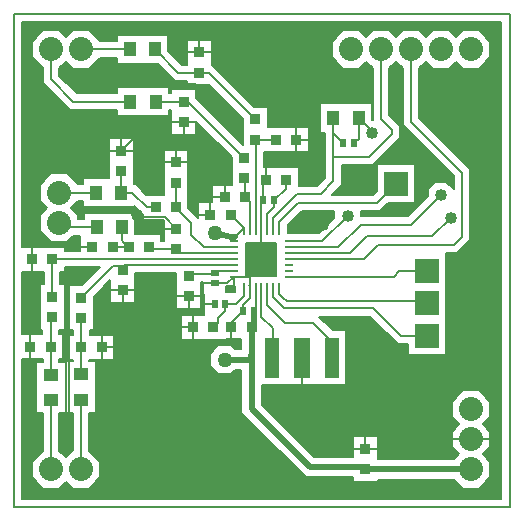
<source format=gtl>
G04 PROTEUS RS274X GERBER FILE*
%FSLAX45Y45*%
%MOMM*%
G01*
%ADD10C,0.177800*%
%ADD11C,0.203200*%
%ADD12C,0.508000*%
%ADD13C,1.016000*%
%ADD14C,1.270000*%
%ADD15R,1.400000X3.400000*%
%ADD16R,1.200000X3.400000*%
%AMPPAD007*
4,1,20,
0.005000,-0.605000,
-0.005000,-0.605000,
-0.029540,-0.602610,
-0.052230,-0.595740,
-0.072630,-0.584830,
-0.090310,-0.570310,
-0.104830,-0.552630,
-0.115740,-0.532230,
-0.122610,-0.509540,
-0.125000,-0.485000,
-0.125000,0.125000,
0.125000,0.125000,
0.125000,-0.485000,
0.122610,-0.509540,
0.115740,-0.532230,
0.104830,-0.552630,
0.090310,-0.570310,
0.072630,-0.584830,
0.052230,-0.595740,
0.029540,-0.602610,
0.005000,-0.605000,
0*%
%ADD17PPAD007*%
%AMPPAD008*
4,1,20,
0.605000,0.005000,
0.605000,-0.005000,
0.602610,-0.029540,
0.595740,-0.052230,
0.584830,-0.072630,
0.570310,-0.090310,
0.552630,-0.104830,
0.532230,-0.115740,
0.509540,-0.122610,
0.485000,-0.125000,
-0.125000,-0.125000,
-0.125000,0.125000,
0.485000,0.125000,
0.509540,0.122610,
0.532230,0.115740,
0.552630,0.104830,
0.570310,0.090310,
0.584830,0.072630,
0.595740,0.052230,
0.602610,0.029540,
0.605000,0.005000,
0*%
%ADD18PPAD008*%
%AMPPAD009*
4,1,20,
-0.005000,0.605000,
0.005000,0.605000,
0.029540,0.602610,
0.052230,0.595740,
0.072630,0.584830,
0.090310,0.570310,
0.104830,0.552630,
0.115740,0.532230,
0.122610,0.509540,
0.125000,0.485000,
0.125000,-0.125000,
-0.125000,-0.125000,
-0.125000,0.485000,
-0.122610,0.509540,
-0.115740,0.532230,
-0.104830,0.552630,
-0.090310,0.570310,
-0.072630,0.584830,
-0.052230,0.595740,
-0.029540,0.602610,
-0.005000,0.605000,
0*%
%ADD19PPAD009*%
%AMPPAD010*
4,1,20,
-0.605000,-0.005000,
-0.605000,0.005000,
-0.602610,0.029540,
-0.595740,0.052230,
-0.584830,0.072630,
-0.570310,0.090310,
-0.552630,0.104830,
-0.532230,0.115740,
-0.509540,0.122610,
-0.485000,0.125000,
0.125000,0.125000,
0.125000,-0.125000,
-0.485000,-0.125000,
-0.509540,-0.122610,
-0.532230,-0.115740,
-0.552630,-0.104830,
-0.570310,-0.090310,
-0.584830,-0.072630,
-0.595740,-0.052230,
-0.602610,-0.029540,
-0.605000,-0.005000,
0*%
%ADD70PPAD010*%
%ADD71R,0.508000X0.762000*%
%ADD20C,2.032000*%
%ADD21R,1.016000X1.270000*%
%ADD22R,0.889000X0.889000*%
%ADD23R,1.270000X1.016000*%
%ADD24R,0.762000X0.508000*%
%ADD25R,2.032000X2.032000*%
%TD.AperFunction*%
G36*
X+2289841Y-1900781D02*
X-1767921Y-1900781D01*
X-1767921Y-717549D01*
X-1593849Y-717549D01*
X-1593849Y-739141D01*
X-1648459Y-739141D01*
X-1648459Y-1176019D01*
X-1593849Y-1176019D01*
X-1593849Y-1490956D01*
X-1686559Y-1583666D01*
X-1686559Y-1718334D01*
X-1591334Y-1813559D01*
X-1456666Y-1813559D01*
X-1397000Y-1753893D01*
X-1337334Y-1813559D01*
X-1202666Y-1813559D01*
X-1107441Y-1718334D01*
X-1107441Y-1583666D01*
X-1197611Y-1493496D01*
X-1197611Y-1170939D01*
X-1143001Y-1170939D01*
X-1143001Y-734061D01*
X-1197611Y-734061D01*
X-1197611Y-722629D01*
X-986791Y-722629D01*
X-986791Y-511811D01*
X-1195071Y-511811D01*
X-1195071Y-473709D01*
X-1162051Y-473709D01*
X-1162051Y-367831D01*
X-1161873Y-367653D01*
X-1162051Y-367415D01*
X-1162051Y-188951D01*
X-1019809Y-46709D01*
X-1019809Y-240029D01*
X-808991Y-240029D01*
X-808991Y+10331D01*
X-462129Y+10331D01*
X-462129Y-290390D01*
X-251311Y-290390D01*
X-251311Y-64609D01*
X-236219Y-64609D01*
X-236219Y-162559D01*
X-223519Y-162559D01*
X-223519Y-341471D01*
X-425349Y-341471D01*
X-425349Y-552289D01*
X-41811Y-552289D01*
X-41811Y-549909D01*
X+88901Y-549909D01*
X+88901Y-625229D01*
X+87883Y-634641D01*
X+35653Y-634641D01*
X-2447Y-596541D01*
X-105553Y-596541D01*
X-178459Y-669447D01*
X-178459Y-772553D01*
X-105553Y-845459D01*
X-2447Y-845459D01*
X+35653Y-807359D01*
X+88901Y-807359D01*
X+88901Y-1172411D01*
X+633849Y-1717359D01*
X+1032351Y-1717359D01*
X+1032351Y-1755148D01*
X+1243169Y-1755148D01*
X+1243169Y-1736098D01*
X+1887205Y-1736098D01*
X+1964666Y-1813559D01*
X+2099334Y-1813559D01*
X+2194559Y-1718334D01*
X+2194559Y-1583666D01*
X+2134893Y-1524000D01*
X+2194559Y-1464334D01*
X+2194559Y-1329666D01*
X+2134893Y-1270000D01*
X+2194559Y-1210334D01*
X+2194559Y-1075666D01*
X+2099334Y-980441D01*
X+1964666Y-980441D01*
X+1869441Y-1075666D01*
X+1869441Y-1210334D01*
X+1929107Y-1270000D01*
X+1869441Y-1329666D01*
X+1869441Y-1464334D01*
X+1929107Y-1524000D01*
X+1889727Y-1563380D01*
X+1243169Y-1563380D01*
X+1243169Y-1371610D01*
X+1032351Y-1371610D01*
X+1032351Y-1544641D01*
X+705391Y-1544641D01*
X+261619Y-1100869D01*
X+261619Y-934539D01*
X+972939Y-934539D01*
X+972939Y-472621D01*
X+863655Y-472621D01*
X+747022Y-355988D01*
X+1177330Y-355988D01*
X+1412093Y-590751D01*
X+1496061Y-590751D01*
X+1496061Y-683259D01*
X+1821179Y-683259D01*
X+1821179Y-131099D01*
X+1823719Y-131099D01*
X+1823719Y+179151D01*
X+1914931Y+179151D01*
X+2025849Y+290069D01*
X+2025849Y+890531D01*
X+1593849Y+1322531D01*
X+1593849Y+1744956D01*
X+1651000Y+1802107D01*
X+1710666Y+1742441D01*
X+1845334Y+1742441D01*
X+1905000Y+1802107D01*
X+1964666Y+1742441D01*
X+2099334Y+1742441D01*
X+2194559Y+1837666D01*
X+2194559Y+1972334D01*
X+2099334Y+2067559D01*
X+1964666Y+2067559D01*
X+1905000Y+2007893D01*
X+1845334Y+2067559D01*
X+1710666Y+2067559D01*
X+1651000Y+2007893D01*
X+1591334Y+2067559D01*
X+1456666Y+2067559D01*
X+1397000Y+2007893D01*
X+1337334Y+2067559D01*
X+1202666Y+2067559D01*
X+1143000Y+2007893D01*
X+1083334Y+2067559D01*
X+948666Y+2067559D01*
X+853441Y+1972334D01*
X+853441Y+1837666D01*
X+948666Y+1742441D01*
X+1083334Y+1742441D01*
X+1143000Y+1802107D01*
X+1200151Y+1744956D01*
X+1200151Y+1310759D01*
X+1195941Y+1310759D01*
X+1193799Y+1312901D01*
X+1193799Y+1450339D01*
X+756921Y+1450339D01*
X+756921Y+1201421D01*
X+798831Y+1201421D01*
X+798831Y+816331D01*
X+731228Y+748728D01*
X+575169Y+748728D01*
X+575169Y+906789D01*
X+278629Y+906789D01*
X+278629Y+1035051D01*
X+659129Y+1035051D01*
X+659129Y+1245869D01*
X+311149Y+1245869D01*
X+311149Y+1418589D01*
X+199111Y+1418589D01*
X-157220Y+1774920D01*
X-161291Y+1774920D01*
X-161291Y+1987549D01*
X-372109Y+1987549D01*
X-372109Y+1777546D01*
X-416386Y+1777546D01*
X-530861Y+1892021D01*
X-530861Y+2029459D01*
X-967739Y+2029459D01*
X-967739Y+1974849D01*
X-1109956Y+1974849D01*
X-1202666Y+2067559D01*
X-1337334Y+2067559D01*
X-1397000Y+2007893D01*
X-1456666Y+2067559D01*
X-1591334Y+2067559D01*
X-1686559Y+1972334D01*
X-1686559Y+1837666D01*
X-1594609Y+1745716D01*
X-1594609Y+1625466D01*
X-1362334Y+1393191D01*
X-962659Y+1393191D01*
X-962659Y+1338581D01*
X-525781Y+1338581D01*
X-525781Y+1393191D01*
X-504189Y+1393191D01*
X-504189Y+1184911D01*
X-293371Y+1184911D01*
X-293371Y+1294411D01*
X+8891Y+992149D01*
X+8891Y+758189D01*
X-156209Y+758189D01*
X-156209Y+610869D01*
X-280669Y+610869D01*
X-280669Y+481372D01*
X-359411Y+560114D01*
X-359411Y+1055369D01*
X-570229Y+1055369D01*
X-570229Y+674369D01*
X-717012Y+674369D01*
X-804818Y+762175D01*
X-817881Y+762175D01*
X-817881Y+817879D01*
X-824231Y+817879D01*
X-824231Y+1154429D01*
X-1035049Y+1154429D01*
X-1035049Y+817879D01*
X-1254759Y+817879D01*
X-1254759Y+763269D01*
X-1292836Y+763269D01*
X-1385546Y+855979D01*
X-1520214Y+855979D01*
X-1615439Y+760754D01*
X-1615439Y+626086D01*
X-1555773Y+566420D01*
X-1615439Y+506754D01*
X-1615439Y+372086D01*
X-1520214Y+276861D01*
X-1385546Y+276861D01*
X-1332836Y+329571D01*
X-1280149Y+329571D01*
X-1280149Y+200029D01*
X-1408431Y+200029D01*
X-1408431Y+234949D01*
X-1767921Y+234949D01*
X-1767921Y+2136981D01*
X+2289841Y+2136981D01*
X+2289841Y-1900781D01*
G37*
%LPC*%
G36*
X-935525Y-628119D02*
X-935525Y-602869D01*
X-917670Y-585014D01*
X-892420Y-585014D01*
X-874565Y-602869D01*
X-874565Y-628119D01*
X-892420Y-645974D01*
X-917670Y-645974D01*
X-935525Y-628119D01*
G37*
G36*
X-825410Y+1170435D02*
X-825410Y+1195685D01*
X-807555Y+1213540D01*
X-782305Y+1213540D01*
X-764450Y+1195685D01*
X-764450Y+1170435D01*
X-782305Y+1152580D01*
X-807555Y+1152580D01*
X-825410Y+1170435D01*
G37*
G36*
X-318878Y+924510D02*
X-318878Y+949760D01*
X-301023Y+967615D01*
X-275773Y+967615D01*
X-257918Y+949760D01*
X-257918Y+924510D01*
X-275773Y+906655D01*
X-301023Y+906655D01*
X-318878Y+924510D01*
G37*
G36*
X+569388Y-1090604D02*
X+569388Y-1065354D01*
X+587243Y-1047499D01*
X+612493Y-1047499D01*
X+630348Y-1065354D01*
X+630348Y-1090604D01*
X+612493Y-1108459D01*
X+587243Y-1108459D01*
X+569388Y-1090604D01*
G37*
G36*
X+525520Y+1316375D02*
X+525520Y+1341625D01*
X+543375Y+1359480D01*
X+568625Y+1359480D01*
X+586480Y+1341625D01*
X+586480Y+1316375D01*
X+568625Y+1298520D01*
X+543375Y+1298520D01*
X+525520Y+1316375D01*
G37*
G36*
X+2093023Y+1209949D02*
X+2093023Y+1235199D01*
X+2110878Y+1253054D01*
X+2136128Y+1253054D01*
X+2153983Y+1235199D01*
X+2153983Y+1209949D01*
X+2136128Y+1192094D01*
X+2110878Y+1192094D01*
X+2093023Y+1209949D01*
G37*
G36*
X+95520Y+1856375D02*
X+95520Y+1881625D01*
X+113375Y+1899480D01*
X+138625Y+1899480D01*
X+156480Y+1881625D01*
X+156480Y+1856375D01*
X+138625Y+1838520D01*
X+113375Y+1838520D01*
X+95520Y+1856375D01*
G37*
G36*
X-1519028Y+1300497D02*
X-1519028Y+1324695D01*
X-1501917Y+1341806D01*
X-1477719Y+1341806D01*
X-1460608Y+1324695D01*
X-1460608Y+1300497D01*
X-1477719Y+1283386D01*
X-1501917Y+1283386D01*
X-1519028Y+1300497D01*
G37*
G36*
X-570743Y-999952D02*
X-570743Y-974702D01*
X-552888Y-956847D01*
X-527638Y-956847D01*
X-509783Y-974702D01*
X-509783Y-999952D01*
X-527638Y-1017807D01*
X-552888Y-1017807D01*
X-570743Y-999952D01*
G37*
%LPD*%
G36*
X-967739Y+1780541D02*
X-616941Y+1780541D01*
X-474248Y+1637848D01*
X-372109Y+1637848D01*
X-372109Y+1604011D01*
X-183871Y+1604011D01*
X+100331Y+1319809D01*
X+100331Y+1098269D01*
X-293371Y+1491971D01*
X-293371Y+1568449D01*
X-504189Y+1568449D01*
X-504189Y+1532889D01*
X-525781Y+1532889D01*
X-525781Y+1587499D01*
X-962659Y+1587499D01*
X-962659Y+1532889D01*
X-1304472Y+1532889D01*
X-1454911Y+1683328D01*
X-1454911Y+1744196D01*
X-1397000Y+1802107D01*
X-1337334Y+1742441D01*
X-1202666Y+1742441D01*
X-1109956Y+1835151D01*
X-967739Y+1835151D01*
X-967739Y+1780541D01*
G37*
%LPC*%
G36*
X-1083481Y+1729566D02*
X-1083481Y+1754816D01*
X-1065626Y+1772671D01*
X-1040376Y+1772671D01*
X-1022521Y+1754816D01*
X-1022521Y+1729566D01*
X-1040376Y+1711711D01*
X-1065626Y+1711711D01*
X-1083481Y+1729566D01*
G37*
G36*
X-137666Y+1400369D02*
X-137666Y+1425619D01*
X-119811Y+1443474D01*
X-94561Y+1443474D01*
X-76706Y+1425619D01*
X-76706Y+1400369D01*
X-94561Y+1382514D01*
X-119811Y+1382514D01*
X-137666Y+1400369D01*
G37*
%LPD*%
G36*
X+1454151Y+1744956D02*
X+1454151Y+1264669D01*
X+1886151Y+832669D01*
X+1886151Y+724779D01*
X+1824788Y+786142D01*
X+1732204Y+786142D01*
X+1666737Y+720675D01*
X+1666737Y+661404D01*
X+1496869Y+491536D01*
X+1100265Y+491536D01*
X+1100265Y+537211D01*
X+1263371Y+537211D01*
X+1333221Y+607061D01*
X+1559559Y+607061D01*
X+1559559Y+932179D01*
X+1234441Y+932179D01*
X+1234441Y+705841D01*
X+1205509Y+676909D01*
X+856969Y+676909D01*
X+938529Y+758469D01*
X+938529Y+925996D01*
X+1201775Y+925996D01*
X+1432166Y+1156387D01*
X+1432166Y+1255018D01*
X+1339849Y+1347335D01*
X+1339849Y+1744956D01*
X+1397000Y+1802107D01*
X+1454151Y+1744956D01*
G37*
%LPC*%
G36*
X+1385520Y+526375D02*
X+1385520Y+551625D01*
X+1403375Y+569480D01*
X+1428625Y+569480D01*
X+1446480Y+551625D01*
X+1446480Y+526375D01*
X+1428625Y+508520D01*
X+1403375Y+508520D01*
X+1385520Y+526375D01*
G37*
G36*
X+1447991Y+1110828D02*
X+1447991Y+1136078D01*
X+1465846Y+1153933D01*
X+1491096Y+1153933D01*
X+1508951Y+1136078D01*
X+1508951Y+1110828D01*
X+1491096Y+1092973D01*
X+1465846Y+1092973D01*
X+1447991Y+1110828D01*
G37*
%LPD*%
G36*
X-1254759Y+568961D02*
X-817881Y+568961D01*
X-817881Y+577678D01*
X-742949Y+502746D01*
X-742949Y+463551D01*
X-567689Y+463551D01*
X-567689Y+285749D01*
X-587951Y+285749D01*
X-587951Y+339769D01*
X-810261Y+339769D01*
X-810261Y+479258D01*
X-804942Y+473939D01*
X-779692Y+473939D01*
X-761837Y+491794D01*
X-761837Y+517044D01*
X-779692Y+534899D01*
X-804942Y+534899D01*
X-815962Y+523879D01*
X-1247139Y+523879D01*
X-1247139Y+469269D01*
X-1290321Y+469269D01*
X-1290321Y+506754D01*
X-1349987Y+566420D01*
X-1292836Y+623571D01*
X-1254759Y+623571D01*
X-1254759Y+568961D01*
G37*
G36*
X+876747Y+481929D02*
X+806480Y+411662D01*
X+806480Y+431625D01*
X+788625Y+449480D01*
X+763375Y+449480D01*
X+745520Y+431625D01*
X+745520Y+406375D01*
X+763375Y+388520D01*
X+783338Y+388520D01*
X+744847Y+350029D01*
X+592239Y+350029D01*
X+592239Y+353639D01*
X+482239Y+353639D01*
X+482239Y+419898D01*
X+599552Y+537211D01*
X+876747Y+537211D01*
X+876747Y+481929D01*
G37*
G36*
X+35321Y-149861D02*
X-38101Y-149861D01*
X-38101Y-93279D01*
X+35321Y-93279D01*
X+35321Y-149861D01*
G37*
G36*
X-1583689Y-82551D02*
X-1616709Y-82551D01*
X-1616709Y-466089D01*
X-1596389Y-466089D01*
X-1596389Y-506731D01*
X-1767921Y-506731D01*
X-1767921Y+24131D01*
X-1583689Y+24131D01*
X-1583689Y-82551D01*
G37*
G36*
X-1260831Y-90171D02*
X-1372869Y-90171D01*
X-1372869Y-473709D01*
X-1334769Y-473709D01*
X-1334769Y-511811D01*
X-1370329Y-511811D01*
X-1370329Y-722629D01*
X-1337309Y-722629D01*
X-1337309Y-734061D01*
X-1391919Y-734061D01*
X-1391919Y-1170939D01*
X-1337309Y-1170939D01*
X-1337309Y-1488441D01*
X-1337334Y-1488441D01*
X-1397000Y-1548107D01*
X-1454151Y-1490956D01*
X-1454151Y-1176019D01*
X-1399541Y-1176019D01*
X-1399541Y-739141D01*
X-1454151Y-739141D01*
X-1454151Y-717549D01*
X-1421131Y-717549D01*
X-1421131Y-506731D01*
X-1456691Y-506731D01*
X-1456691Y-466089D01*
X-1405891Y-466089D01*
X-1405891Y-82551D01*
X-1443991Y-82551D01*
X-1443991Y+24131D01*
X-1408431Y+24131D01*
X-1408431Y+60331D01*
X-1110329Y+60331D01*
X-1260831Y-90171D01*
G37*
%LPC*%
G36*
X-1404480Y-33625D02*
X-1404480Y-8375D01*
X-1386625Y+9480D01*
X-1361375Y+9480D01*
X-1343520Y-8375D01*
X-1343520Y-33625D01*
X-1361375Y-51480D01*
X-1386625Y-51480D01*
X-1404480Y-33625D01*
G37*
G36*
X-1414480Y-1233625D02*
X-1414480Y-1208375D01*
X-1396625Y-1190520D01*
X-1371375Y-1190520D01*
X-1353520Y-1208375D01*
X-1353520Y-1233625D01*
X-1371375Y-1251480D01*
X-1396625Y-1251480D01*
X-1414480Y-1233625D01*
G37*
%LPD*%
G36*
X+126000Y+269000D02*
X+386000Y+269000D01*
X+386000Y-11000D01*
X+126000Y-12180D01*
X+126000Y+269000D01*
G37*
%LPC*%
G36*
X+295520Y+146375D02*
X+295520Y+171625D01*
X+313375Y+189480D01*
X+338625Y+189480D01*
X+356480Y+171625D01*
X+356480Y+146375D01*
X+338625Y+128520D01*
X+313375Y+128520D01*
X+295520Y+146375D01*
G37*
G36*
X+148394Y+176375D02*
X+148394Y+201625D01*
X+166249Y+219480D01*
X+191499Y+219480D01*
X+209354Y+201625D01*
X+209354Y+176375D01*
X+191499Y+158520D01*
X+166249Y+158520D01*
X+148394Y+176375D01*
G37*
G36*
X+238040Y+18895D02*
X+238040Y+44145D01*
X+255895Y+62000D01*
X+281145Y+62000D01*
X+299000Y+44145D01*
X+299000Y+18895D01*
X+281145Y+1040D01*
X+255895Y+1040D01*
X+238040Y+18895D01*
G37*
%LPD*%
D10*
X+408780Y+390180D02*
X+408780Y+443721D01*
X+408031Y+444470D01*
X+570621Y+607060D01*
X+1130300Y+607060D01*
X+1234440Y+607060D01*
X+1397000Y+769620D01*
X-1220Y+30180D02*
X-122808Y+30180D01*
X-122846Y+30142D01*
X-137160Y+15240D01*
X+25400Y-19820D02*
X-30980Y-76200D01*
X-137160Y-76200D01*
X-1220Y-19820D02*
X+25400Y-19820D01*
X+158231Y-19820D01*
X+158403Y-19648D01*
X+108780Y-129820D02*
X+108780Y-184557D01*
X+73537Y-219800D01*
X+44417Y-248920D01*
X-45720Y-248920D01*
D11*
X+208780Y-129820D02*
X+208780Y-295690D01*
X+207886Y-296584D01*
X+193040Y-309880D01*
D12*
X+193040Y-446463D01*
X+195503Y-448926D01*
X+175260Y-444500D01*
D10*
X+157824Y-101588D02*
X+157824Y-101596D01*
X+157824Y-200316D01*
X+101600Y-256540D01*
X+101600Y-308967D01*
X+96978Y-313589D01*
X+158403Y-19648D02*
X+158403Y-90517D01*
X+157480Y-91440D01*
X+157824Y-101588D01*
X+157824Y-101596D02*
X+158780Y-129820D01*
X+258780Y-129820D02*
X+258780Y-357840D01*
X+355600Y-454660D01*
X+355600Y-572495D01*
X+354659Y-573436D01*
X+351980Y-703580D01*
X+308780Y-129820D02*
X+309880Y-128720D01*
X+309880Y-260149D01*
X+456432Y-406701D01*
X+698955Y-406701D01*
X+825834Y-533580D01*
X+851980Y-703580D01*
X-1270000Y-1651000D02*
X-1267460Y-1648460D01*
X-1267460Y-1059180D01*
X-1524000Y-1651000D02*
X-1524000Y-1044980D01*
X-1523396Y-1044376D01*
X-1524000Y-1064260D01*
X-1267460Y-845820D02*
X-1267460Y-619760D01*
X-1264920Y-617220D01*
X-1220Y+80180D02*
X-901559Y+80180D01*
X-910083Y+71656D01*
X-914400Y+38100D01*
X-1267460Y-195580D02*
X-1001308Y+70572D01*
X-958850Y+70572D01*
X-914400Y+38100D01*
X-1514587Y+123567D02*
X-1514587Y+123470D01*
X-1516754Y+121303D01*
X-1514587Y+123567D01*
X-1513840Y+129540D02*
X-1513840Y+124460D01*
X-1513840Y+124347D01*
X-1513840Y+124217D01*
X-1513840Y-200660D01*
X-1506220Y-208280D01*
X-1511300Y-187960D01*
X-1511300Y+127000D02*
X-1513840Y+124460D01*
X-1514587Y+123713D01*
X-1514587Y+123567D01*
X-1220Y+130180D02*
X-1507877Y+130180D01*
X-1513840Y+124217D01*
X-1514587Y+123470D01*
X-1514587Y+123567D02*
X-1513840Y+124347D01*
X-1511300Y+127000D01*
X-1220Y+180180D02*
X-468289Y+180180D01*
X-479288Y+191179D01*
X-462280Y+215900D01*
X-1220Y+230180D02*
X-227640Y+230180D01*
X-335280Y+337820D01*
X-335280Y+437203D01*
X-422587Y+524510D01*
X-464820Y+568960D01*
X-464820Y+777240D01*
X-637540Y+568960D02*
X-710383Y+568960D01*
X-833749Y+692326D01*
X-908615Y+692326D01*
X-915125Y+698836D01*
X-929640Y+693420D01*
X-929640Y+876300D02*
X-929640Y+693420D01*
X-1143000Y+693420D02*
X-1430512Y+693420D01*
X-1431588Y+694496D01*
X-1452880Y+693420D01*
X+308780Y+390180D02*
X+306634Y+392326D01*
X+306634Y+514914D01*
X+363220Y+571500D01*
X+363220Y+603611D01*
X+364174Y+604565D01*
X+367380Y+626820D01*
X+121920Y+652780D02*
X+121920Y+805180D01*
X+118110Y+808990D01*
X+114300Y+812800D01*
X+121920Y+805180D02*
X+118110Y+808990D01*
X+114300Y+812800D01*
X+158780Y+390180D02*
X+158780Y+615920D01*
X+121920Y+652780D01*
X+114300Y+985520D02*
X-368300Y+1468120D01*
X-391160Y+1468120D01*
X-398780Y+1463040D01*
X-637540Y+1463040D02*
X-398780Y+1463040D01*
X-855980Y+1905000D02*
X-1251676Y+1905000D01*
X-1263076Y+1916400D01*
X-1270000Y+1905000D01*
X+205740Y+1313180D02*
X-186151Y+1705071D01*
X-222250Y+1705071D01*
X-266700Y+1709420D01*
X-642620Y+1905000D02*
X-445317Y+1707697D01*
X-311150Y+1707697D01*
X-266700Y+1709420D01*
X+952500Y+1109980D02*
X+868680Y+1193800D01*
X+868680Y+1320800D02*
X+878840Y+1330960D01*
X+868680Y+1325880D01*
X+1043940Y+1109980D02*
X+1082681Y+1148721D01*
X+1082681Y+1262380D01*
X+1082040Y+1325880D01*
X+108780Y+390180D02*
X+108780Y+394140D01*
X-2540Y+505460D01*
D12*
X+175260Y-444500D02*
X+175260Y-661000D01*
D10*
X-1220Y+280180D02*
X+36800Y+318200D01*
X+108780Y+390180D01*
X+408780Y-129820D02*
X+408780Y-165229D01*
X+438394Y-194843D01*
X+471000Y-227449D01*
X+1557020Y-227449D01*
X+1658620Y-243840D01*
X+358780Y-129820D02*
X+358780Y-193483D01*
X+451436Y-286139D01*
X+1206261Y-286139D01*
X+1441024Y-520902D01*
X+1661114Y-520902D01*
X+1667635Y-527423D01*
X+1658620Y-520700D01*
X+518780Y-19820D02*
X+1377180Y-19820D01*
X+1426000Y+29000D01*
X+1657176Y+29000D01*
X+1678816Y+7360D01*
X+1661160Y+31460D01*
X+1524000Y+1905000D02*
X+1524000Y+1293600D01*
X+1956000Y+861600D01*
X+1956000Y+319000D01*
X+1886000Y+249000D01*
X+1247145Y+249000D01*
X+1128325Y+130180D01*
X+518780Y+130180D01*
X+518780Y+180180D02*
X+1008774Y+180180D01*
X+1150600Y+322006D01*
X+1703270Y+322006D01*
X+1861408Y+480144D01*
X+518780Y+230180D02*
X+910417Y+230180D01*
X+1101924Y+421687D01*
X+1525800Y+421687D01*
X+1778496Y+674383D01*
D12*
X+1150460Y-1652279D02*
X+1137760Y-1649739D01*
D10*
X+205740Y+1140460D02*
X+208780Y+1140460D01*
X+384127Y+1140460D01*
X+390184Y+1146517D01*
X+381000Y+1140460D01*
X+208780Y+390180D02*
X+208780Y+1140460D01*
X+208780Y+1143500D01*
X+210820Y+1145540D01*
X+205740Y+1140460D01*
X-1264920Y-617220D02*
X-1264920Y-371920D01*
X-1254000Y-361000D01*
X-1267460Y-368300D01*
X-1526540Y-612140D02*
X-1526540Y-587479D01*
X-1526540Y-368395D01*
X-1507168Y-349023D01*
X-1511300Y-360680D01*
X-1524000Y-850900D02*
X-1524000Y-590019D01*
X-1526540Y-587479D01*
X-1530244Y-583775D01*
X-1526540Y-612140D01*
X-1092200Y-617220D02*
X-906771Y-617220D01*
X-905045Y-615494D01*
X-929640Y+1049020D02*
X-795600Y+1183060D01*
X-794930Y+1183060D01*
X-464820Y+949960D02*
X-301223Y+949960D01*
X-288398Y+937135D01*
X+601980Y-703580D02*
X+601980Y-1075867D01*
X+599868Y-1077979D01*
X+258780Y+159000D02*
X+326000Y+159000D01*
X+258780Y+383540D02*
X+258780Y+159000D01*
X+258780Y+127245D01*
X+228268Y+96732D01*
X+158403Y+26868D01*
X+158403Y-19648D01*
D12*
X+175260Y-661000D02*
X+175260Y-1136640D01*
X+669620Y-1631000D01*
X+1111694Y-1631000D01*
X+1137760Y-1649739D01*
D10*
X+1147920Y-1649739D01*
D12*
X+2008824Y-1649739D01*
X+2014591Y-1643972D01*
X+2032000Y-1651000D01*
D10*
X+1147667Y-1649486D02*
X+1147920Y-1649739D01*
X+1150460Y-1652279D01*
X-147220Y-446880D02*
X-110307Y-409967D01*
X-110307Y-372180D01*
X-46127Y-308000D01*
X-46127Y-287020D01*
X-45720Y-248920D01*
X+367380Y+626820D02*
X+467260Y+726700D01*
X+467260Y+756930D01*
X+469760Y+801380D01*
X+868680Y+995845D02*
X+868680Y+1193800D01*
X+868680Y+1262380D01*
X+868680Y+1320800D01*
X+868680Y+1325880D01*
X+358780Y+390180D02*
X+358780Y+480583D01*
X+557076Y+678879D01*
X+760159Y+678879D01*
X+868680Y+787400D01*
X+868680Y+995845D01*
X+1270000Y+1905000D02*
X+1270000Y+1318404D01*
X+1362317Y+1226087D01*
X+1362317Y+1185318D01*
X+1172844Y+995845D01*
X+868680Y+995845D01*
X+553720Y+1140460D02*
X+553720Y+1326720D01*
X+556000Y+1329000D01*
X+2032000Y-1397000D02*
X+1823919Y-1397000D01*
X+1700170Y-1273251D01*
X+1700170Y-1067106D01*
X+2123503Y-643773D01*
X+2123503Y+1222574D01*
X-266700Y+1882140D02*
X+112860Y+1882140D01*
X+126000Y+1869000D01*
X-929640Y+1049020D02*
X-1226242Y+1049020D01*
X-1489818Y+1312596D01*
X+518780Y+280180D02*
X+773778Y+280180D01*
X+988506Y+494908D01*
X+1416000Y+539000D02*
X+1512651Y+539000D01*
X+1622492Y+648841D01*
X+1622492Y+979432D01*
X+1478471Y+1123453D01*
X+228268Y+96732D02*
X+148394Y+176606D01*
X+178874Y+189000D01*
X+228268Y+96732D02*
X+228268Y+71771D01*
X+268520Y+31520D01*
X-850900Y+1463040D02*
X-1333403Y+1463040D01*
X-1524760Y+1654397D01*
X-1524760Y+1803400D01*
X-1524000Y+1905000D01*
X-1053001Y+1742191D02*
X-992843Y+1682033D01*
X-595133Y+1682033D01*
X-523278Y+1610178D01*
X-377896Y+1610178D01*
X-304370Y+1610178D01*
X-107186Y+1412994D01*
X-1374000Y-21000D02*
X-1374000Y-1211000D01*
X-1384000Y-1221000D01*
X-462280Y+388620D02*
X-556355Y+482695D01*
X-760567Y+482695D01*
X-770593Y+482695D01*
X-792317Y+504419D01*
X-1135380Y+399420D02*
X-1429186Y+399420D01*
X-1450393Y+420627D01*
X-1452880Y+439420D01*
X-1002020Y+233680D02*
X-865314Y+233680D01*
X-850485Y+248509D01*
X-866080Y+234360D01*
X-922020Y+399420D02*
X-922020Y+290386D01*
X-910444Y+278810D01*
X-866080Y+234360D01*
X-462280Y+215900D02*
X-665809Y+215900D01*
X-680037Y+230128D01*
X-693360Y+234360D01*
X-137160Y+15240D02*
X-137160Y+5240D01*
X-339627Y+5240D01*
X-356720Y-12261D01*
X+275940Y+626820D02*
X+275940Y+788940D01*
X+276000Y+789000D01*
X+297040Y+801380D01*
X+258780Y+383540D02*
X+258780Y+390180D01*
X+258780Y+648873D01*
X+264888Y+654981D01*
X+101600Y-309880D02*
X-4000Y-415480D01*
X-4000Y-451000D01*
X+2540Y-444500D01*
D12*
X+36800Y+318200D02*
X+2328Y+318200D01*
X-134000Y+349000D01*
X-54000Y-721000D02*
X+165260Y-721000D01*
X+175260Y-661000D01*
D10*
X+1082040Y+1325880D02*
X+1196000Y+1211920D01*
X+1196000Y+1199000D01*
X-905045Y-615494D02*
X-540263Y-980276D01*
X-540263Y-982802D01*
X-540263Y-987327D01*
D13*
X+1861408Y+480144D03*
X+1778496Y+674383D03*
X-905045Y-615494D03*
X-794930Y+1183060D03*
X-288398Y+937135D03*
X+599868Y-1077979D03*
X+326000Y+159000D03*
X+556000Y+1329000D03*
X+776000Y+419000D03*
X+2123503Y+1222574D03*
X+1416000Y+539000D03*
X+126000Y+1869000D03*
X-1489818Y+1312596D03*
X+988506Y+494908D03*
X+1478471Y+1123453D03*
X+178874Y+189000D03*
X+268520Y+31520D03*
X-1053001Y+1742191D03*
X-107186Y+1412994D03*
X-1374000Y-21000D03*
X-1384000Y-1221000D03*
X-792317Y+504419D03*
D14*
X-134000Y+349000D03*
X-54000Y-721000D03*
D13*
X+1196000Y+1199000D03*
X-540263Y-987327D03*
D11*
X+2289841Y-1900781D02*
X-1767921Y-1900781D01*
X-1767921Y-717549D01*
X-1593849Y-717549D01*
X-1593849Y-739141D01*
X-1648459Y-739141D01*
X-1648459Y-1176019D01*
X-1593849Y-1176019D01*
X-1593849Y-1490956D01*
X-1686559Y-1583666D01*
X-1686559Y-1718334D01*
X-1591334Y-1813559D01*
X-1456666Y-1813559D01*
X-1397000Y-1753893D01*
X-1337334Y-1813559D01*
X-1202666Y-1813559D01*
X-1107441Y-1718334D01*
X-1107441Y-1583666D01*
X-1197611Y-1493496D01*
X-1197611Y-1170939D01*
X-1143001Y-1170939D01*
X-1143001Y-734061D01*
X-1197611Y-734061D01*
X-1197611Y-722629D01*
X-986791Y-722629D01*
X-986791Y-511811D01*
X-1195071Y-511811D01*
X-1195071Y-473709D01*
X-1162051Y-473709D01*
X-1162051Y-367831D01*
X-1161873Y-367653D01*
X-1162051Y-367415D01*
X-1162051Y-188951D01*
X-1019809Y-46709D01*
X-1019809Y-240029D01*
X-808991Y-240029D01*
X-808991Y+10331D01*
X-462129Y+10331D01*
X-462129Y-290390D01*
X-251311Y-290390D01*
X-251311Y-64609D01*
X-236219Y-64609D01*
X-236219Y-162559D01*
X-223519Y-162559D01*
X-223519Y-341471D01*
X-425349Y-341471D01*
X-425349Y-552289D01*
X-41811Y-552289D01*
X-41811Y-549909D01*
X+88901Y-549909D01*
X+88901Y-625229D01*
X+87883Y-634641D01*
X+35653Y-634641D01*
X-2447Y-596541D01*
X-105553Y-596541D01*
X-178459Y-669447D01*
X-178459Y-772553D01*
X-105553Y-845459D01*
X-2447Y-845459D01*
X+35653Y-807359D01*
X+88901Y-807359D01*
X+88901Y-1172411D01*
X+633849Y-1717359D01*
X+1032351Y-1717359D01*
X+1032351Y-1755148D01*
X+1243169Y-1755148D01*
X+1243169Y-1736098D01*
X+1887205Y-1736098D01*
X+1964666Y-1813559D01*
X+2099334Y-1813559D01*
X+2194559Y-1718334D01*
X+2194559Y-1583666D01*
X+2134893Y-1524000D01*
X+2194559Y-1464334D01*
X+2194559Y-1329666D01*
X+2134893Y-1270000D01*
X+2194559Y-1210334D01*
X+2194559Y-1075666D01*
X+2099334Y-980441D01*
X+1964666Y-980441D01*
X+1869441Y-1075666D01*
X+1869441Y-1210334D01*
X+1929107Y-1270000D01*
X+1869441Y-1329666D01*
X+1869441Y-1464334D01*
X+1929107Y-1524000D01*
X+1889727Y-1563380D01*
X+1243169Y-1563380D01*
X+1243169Y-1371610D01*
X+1032351Y-1371610D01*
X+1032351Y-1544641D01*
X+705391Y-1544641D01*
X+261619Y-1100869D01*
X+261619Y-934539D01*
X+972939Y-934539D01*
X+972939Y-472621D01*
X+863655Y-472621D01*
X+747022Y-355988D01*
X+1177330Y-355988D01*
X+1412093Y-590751D01*
X+1496061Y-590751D01*
X+1496061Y-683259D01*
X+1821179Y-683259D01*
X+1821179Y-131099D01*
X+1823719Y-131099D01*
X+1823719Y+179151D01*
X+1914931Y+179151D01*
X+2025849Y+290069D01*
X+2025849Y+890531D01*
X+1593849Y+1322531D01*
X+1593849Y+1744956D01*
X+1651000Y+1802107D01*
X+1710666Y+1742441D01*
X+1845334Y+1742441D01*
X+1905000Y+1802107D01*
X+1964666Y+1742441D01*
X+2099334Y+1742441D01*
X+2194559Y+1837666D01*
X+2194559Y+1972334D01*
X+2099334Y+2067559D01*
X+1964666Y+2067559D01*
X+1905000Y+2007893D01*
X+1845334Y+2067559D01*
X+1710666Y+2067559D01*
X+1651000Y+2007893D01*
X+1591334Y+2067559D01*
X+1456666Y+2067559D01*
X+1397000Y+2007893D01*
X+1337334Y+2067559D01*
X+1202666Y+2067559D01*
X+1143000Y+2007893D01*
X+1083334Y+2067559D01*
X+948666Y+2067559D01*
X+853441Y+1972334D01*
X+853441Y+1837666D01*
X+948666Y+1742441D01*
X+1083334Y+1742441D01*
X+1143000Y+1802107D01*
X+1200151Y+1744956D01*
X+1200151Y+1310759D01*
X+1195941Y+1310759D01*
X+1193799Y+1312901D01*
X+1193799Y+1450339D01*
X+756921Y+1450339D01*
X+756921Y+1201421D01*
X+798831Y+1201421D01*
X+798831Y+816331D01*
X+731228Y+748728D01*
X+575169Y+748728D01*
X+575169Y+906789D01*
X+278629Y+906789D01*
X+278629Y+1035051D01*
X+659129Y+1035051D01*
X+659129Y+1245869D01*
X+311149Y+1245869D01*
X+311149Y+1418589D01*
X+199111Y+1418589D01*
X-157220Y+1774920D01*
X-161291Y+1774920D01*
X-161291Y+1987549D01*
X-372109Y+1987549D01*
X-372109Y+1777546D01*
X-416386Y+1777546D01*
X-530861Y+1892021D01*
X-530861Y+2029459D01*
X-967739Y+2029459D01*
X-967739Y+1974849D01*
X-1109956Y+1974849D01*
X-1202666Y+2067559D01*
X-1337334Y+2067559D01*
X-1397000Y+2007893D01*
X-1456666Y+2067559D01*
X-1591334Y+2067559D01*
X-1686559Y+1972334D01*
X-1686559Y+1837666D01*
X-1594609Y+1745716D01*
X-1594609Y+1625466D01*
X-1362334Y+1393191D01*
X-962659Y+1393191D01*
X-962659Y+1338581D01*
X-525781Y+1338581D01*
X-525781Y+1393191D01*
X-504189Y+1393191D01*
X-504189Y+1184911D01*
X-293371Y+1184911D01*
X-293371Y+1294411D01*
X+8891Y+992149D01*
X+8891Y+758189D01*
X-156209Y+758189D01*
X-156209Y+610869D01*
X-280669Y+610869D01*
X-280669Y+481372D01*
X-359411Y+560114D01*
X-359411Y+1055369D01*
X-570229Y+1055369D01*
X-570229Y+674369D01*
X-717012Y+674369D01*
X-804818Y+762175D01*
X-817881Y+762175D01*
X-817881Y+817879D01*
X-824231Y+817879D01*
X-824231Y+1154429D01*
X-1035049Y+1154429D01*
X-1035049Y+817879D01*
X-1254759Y+817879D01*
X-1254759Y+763269D01*
X-1292836Y+763269D01*
X-1385546Y+855979D01*
X-1520214Y+855979D01*
X-1615439Y+760754D01*
X-1615439Y+626086D01*
X-1555773Y+566420D01*
X-1615439Y+506754D01*
X-1615439Y+372086D01*
X-1520214Y+276861D01*
X-1385546Y+276861D01*
X-1332836Y+329571D01*
X-1280149Y+329571D01*
X-1280149Y+200029D01*
X-1408431Y+200029D01*
X-1408431Y+234949D01*
X-1767921Y+234949D01*
X-1767921Y+2136981D01*
X+2289841Y+2136981D01*
X+2289841Y-1900781D01*
X-935525Y-628119D02*
X-935525Y-602869D01*
X-917670Y-585014D01*
X-892420Y-585014D01*
X-874565Y-602869D01*
X-874565Y-628119D01*
X-892420Y-645974D01*
X-917670Y-645974D01*
X-935525Y-628119D01*
X-825410Y+1170435D02*
X-825410Y+1195685D01*
X-807555Y+1213540D01*
X-782305Y+1213540D01*
X-764450Y+1195685D01*
X-764450Y+1170435D01*
X-782305Y+1152580D01*
X-807555Y+1152580D01*
X-825410Y+1170435D01*
X-318878Y+924510D02*
X-318878Y+949760D01*
X-301023Y+967615D01*
X-275773Y+967615D01*
X-257918Y+949760D01*
X-257918Y+924510D01*
X-275773Y+906655D01*
X-301023Y+906655D01*
X-318878Y+924510D01*
X+569388Y-1090604D02*
X+569388Y-1065354D01*
X+587243Y-1047499D01*
X+612493Y-1047499D01*
X+630348Y-1065354D01*
X+630348Y-1090604D01*
X+612493Y-1108459D01*
X+587243Y-1108459D01*
X+569388Y-1090604D01*
X+525520Y+1316375D02*
X+525520Y+1341625D01*
X+543375Y+1359480D01*
X+568625Y+1359480D01*
X+586480Y+1341625D01*
X+586480Y+1316375D01*
X+568625Y+1298520D01*
X+543375Y+1298520D01*
X+525520Y+1316375D01*
X+2093023Y+1209949D02*
X+2093023Y+1235199D01*
X+2110878Y+1253054D01*
X+2136128Y+1253054D01*
X+2153983Y+1235199D01*
X+2153983Y+1209949D01*
X+2136128Y+1192094D01*
X+2110878Y+1192094D01*
X+2093023Y+1209949D01*
X+95520Y+1856375D02*
X+95520Y+1881625D01*
X+113375Y+1899480D01*
X+138625Y+1899480D01*
X+156480Y+1881625D01*
X+156480Y+1856375D01*
X+138625Y+1838520D01*
X+113375Y+1838520D01*
X+95520Y+1856375D01*
X-1519028Y+1300497D02*
X-1519028Y+1324695D01*
X-1501917Y+1341806D01*
X-1477719Y+1341806D01*
X-1460608Y+1324695D01*
X-1460608Y+1300497D01*
X-1477719Y+1283386D01*
X-1501917Y+1283386D01*
X-1519028Y+1300497D01*
X-570743Y-999952D02*
X-570743Y-974702D01*
X-552888Y-956847D01*
X-527638Y-956847D01*
X-509783Y-974702D01*
X-509783Y-999952D01*
X-527638Y-1017807D01*
X-552888Y-1017807D01*
X-570743Y-999952D01*
X-967739Y+1780541D02*
X-616941Y+1780541D01*
X-474248Y+1637848D01*
X-372109Y+1637848D01*
X-372109Y+1604011D01*
X-183871Y+1604011D01*
X+100331Y+1319809D01*
X+100331Y+1098269D01*
X-293371Y+1491971D01*
X-293371Y+1568449D01*
X-504189Y+1568449D01*
X-504189Y+1532889D01*
X-525781Y+1532889D01*
X-525781Y+1587499D01*
X-962659Y+1587499D01*
X-962659Y+1532889D01*
X-1304472Y+1532889D01*
X-1454911Y+1683328D01*
X-1454911Y+1744196D01*
X-1397000Y+1802107D01*
X-1337334Y+1742441D01*
X-1202666Y+1742441D01*
X-1109956Y+1835151D01*
X-967739Y+1835151D01*
X-967739Y+1780541D01*
X-1083481Y+1729566D02*
X-1083481Y+1754816D01*
X-1065626Y+1772671D01*
X-1040376Y+1772671D01*
X-1022521Y+1754816D01*
X-1022521Y+1729566D01*
X-1040376Y+1711711D01*
X-1065626Y+1711711D01*
X-1083481Y+1729566D01*
X-137666Y+1400369D02*
X-137666Y+1425619D01*
X-119811Y+1443474D01*
X-94561Y+1443474D01*
X-76706Y+1425619D01*
X-76706Y+1400369D01*
X-94561Y+1382514D01*
X-119811Y+1382514D01*
X-137666Y+1400369D01*
X+1454151Y+1744956D02*
X+1454151Y+1264669D01*
X+1886151Y+832669D01*
X+1886151Y+724779D01*
X+1824788Y+786142D01*
X+1732204Y+786142D01*
X+1666737Y+720675D01*
X+1666737Y+661404D01*
X+1496869Y+491536D01*
X+1100265Y+491536D01*
X+1100265Y+537211D01*
X+1263371Y+537211D01*
X+1333221Y+607061D01*
X+1559559Y+607061D01*
X+1559559Y+932179D01*
X+1234441Y+932179D01*
X+1234441Y+705841D01*
X+1205509Y+676909D01*
X+856969Y+676909D01*
X+938529Y+758469D01*
X+938529Y+925996D01*
X+1201775Y+925996D01*
X+1432166Y+1156387D01*
X+1432166Y+1255018D01*
X+1339849Y+1347335D01*
X+1339849Y+1744956D01*
X+1397000Y+1802107D01*
X+1454151Y+1744956D01*
X+1385520Y+526375D02*
X+1385520Y+551625D01*
X+1403375Y+569480D01*
X+1428625Y+569480D01*
X+1446480Y+551625D01*
X+1446480Y+526375D01*
X+1428625Y+508520D01*
X+1403375Y+508520D01*
X+1385520Y+526375D01*
X+1447991Y+1110828D02*
X+1447991Y+1136078D01*
X+1465846Y+1153933D01*
X+1491096Y+1153933D01*
X+1508951Y+1136078D01*
X+1508951Y+1110828D01*
X+1491096Y+1092973D01*
X+1465846Y+1092973D01*
X+1447991Y+1110828D01*
X-1254759Y+568961D02*
X-817881Y+568961D01*
X-817881Y+577678D01*
X-742949Y+502746D01*
X-742949Y+463551D01*
X-567689Y+463551D01*
X-567689Y+285749D01*
X-587951Y+285749D01*
X-587951Y+339769D01*
X-810261Y+339769D01*
X-810261Y+479258D01*
X-804942Y+473939D01*
X-779692Y+473939D01*
X-761837Y+491794D01*
X-761837Y+517044D01*
X-779692Y+534899D01*
X-804942Y+534899D01*
X-815962Y+523879D01*
X-1247139Y+523879D01*
X-1247139Y+469269D01*
X-1290321Y+469269D01*
X-1290321Y+506754D01*
X-1349987Y+566420D01*
X-1292836Y+623571D01*
X-1254759Y+623571D01*
X-1254759Y+568961D01*
X+876747Y+481929D02*
X+806480Y+411662D01*
X+806480Y+431625D01*
X+788625Y+449480D01*
X+763375Y+449480D01*
X+745520Y+431625D01*
X+745520Y+406375D01*
X+763375Y+388520D01*
X+783338Y+388520D01*
X+744847Y+350029D01*
X+592239Y+350029D01*
X+592239Y+353639D01*
X+482239Y+353639D01*
X+482239Y+419898D01*
X+599552Y+537211D01*
X+876747Y+537211D01*
X+876747Y+481929D01*
X+35321Y-149861D02*
X-38101Y-149861D01*
X-38101Y-93279D01*
X+35321Y-93279D01*
X+35321Y-149861D01*
X-1583689Y-82551D02*
X-1616709Y-82551D01*
X-1616709Y-466089D01*
X-1596389Y-466089D01*
X-1596389Y-506731D01*
X-1767921Y-506731D01*
X-1767921Y+24131D01*
X-1583689Y+24131D01*
X-1583689Y-82551D01*
X-1260831Y-90171D02*
X-1372869Y-90171D01*
X-1372869Y-473709D01*
X-1334769Y-473709D01*
X-1334769Y-511811D01*
X-1370329Y-511811D01*
X-1370329Y-722629D01*
X-1337309Y-722629D01*
X-1337309Y-734061D01*
X-1391919Y-734061D01*
X-1391919Y-1170939D01*
X-1337309Y-1170939D01*
X-1337309Y-1488441D01*
X-1337334Y-1488441D01*
X-1397000Y-1548107D01*
X-1454151Y-1490956D01*
X-1454151Y-1176019D01*
X-1399541Y-1176019D01*
X-1399541Y-739141D01*
X-1454151Y-739141D01*
X-1454151Y-717549D01*
X-1421131Y-717549D01*
X-1421131Y-506731D01*
X-1456691Y-506731D01*
X-1456691Y-466089D01*
X-1405891Y-466089D01*
X-1405891Y-82551D01*
X-1443991Y-82551D01*
X-1443991Y+24131D01*
X-1408431Y+24131D01*
X-1408431Y+60331D01*
X-1110329Y+60331D01*
X-1260831Y-90171D01*
X-1404480Y-33625D02*
X-1404480Y-8375D01*
X-1386625Y+9480D01*
X-1361375Y+9480D01*
X-1343520Y-8375D01*
X-1343520Y-33625D01*
X-1361375Y-51480D01*
X-1386625Y-51480D01*
X-1404480Y-33625D01*
X-1414480Y-1233625D02*
X-1414480Y-1208375D01*
X-1396625Y-1190520D01*
X-1371375Y-1190520D01*
X-1353520Y-1208375D01*
X-1353520Y-1233625D01*
X-1371375Y-1251480D01*
X-1396625Y-1251480D01*
X-1414480Y-1233625D01*
X+601980Y-934539D02*
X+601980Y-703580D01*
X+22780Y-93279D02*
X+22780Y-19820D01*
X+2194559Y-1397000D02*
X+2032000Y-1397000D01*
X+1869441Y-1397000D02*
X+2032000Y-1397000D01*
X-398780Y+1184911D02*
X-398780Y+1290320D01*
X-293371Y+1290320D02*
X-398780Y+1290320D01*
X-504189Y+1290320D02*
X-398780Y+1290320D01*
X-266700Y+1987549D02*
X-266700Y+1882140D01*
X-372109Y+1882140D02*
X-266700Y+1882140D01*
X-161291Y+1882140D02*
X-266700Y+1882140D01*
X-986791Y-617220D02*
X-1092200Y-617220D01*
X-1092200Y-722629D02*
X-1092200Y-617220D01*
X-1092200Y-511811D02*
X-1092200Y-617220D01*
X-1699260Y-717549D02*
X-1699260Y-612140D01*
X-1699260Y-506731D02*
X-1699260Y-612140D01*
X-425349Y-446880D02*
X-319940Y-446880D01*
X-319940Y-552289D02*
X-319940Y-446880D01*
X-319940Y-341471D02*
X-319940Y-446880D01*
X-223519Y-248920D02*
X-137160Y-248920D01*
X+297040Y+906789D02*
X+297040Y+801380D01*
X-156209Y+652780D02*
X-50800Y+652780D01*
X-50800Y+758189D02*
X-50800Y+652780D01*
X+659129Y+1140460D02*
X+553720Y+1140460D01*
X+553720Y+1245869D02*
X+553720Y+1140460D01*
X+553720Y+1035051D02*
X+553720Y+1140460D01*
X-914400Y-240029D02*
X-914400Y-134620D01*
X-1019809Y-134620D02*
X-914400Y-134620D01*
X-808991Y-134620D02*
X-914400Y-134620D01*
X-1686560Y+234949D02*
X-1686560Y+129540D01*
X-1686560Y+24131D02*
X-1686560Y+129540D01*
X+1137760Y-1371610D02*
X+1137760Y-1477019D01*
X+1032351Y-1477019D02*
X+1137760Y-1477019D01*
X+1243169Y-1477019D02*
X+1137760Y-1477019D01*
X-356720Y-290390D02*
X-356720Y-184981D01*
X-462129Y-184981D02*
X-356720Y-184981D01*
X-251311Y-184981D02*
X-356720Y-184981D01*
X-236219Y-76200D02*
X-137160Y-76200D01*
X-280669Y+505460D02*
X-175260Y+505460D01*
X-175260Y+610869D02*
X-175260Y+505460D01*
X-464820Y+1055369D02*
X-464820Y+949960D01*
X-359411Y+949960D02*
X-464820Y+949960D01*
X-570229Y+949960D02*
X-464820Y+949960D01*
X-567689Y+388620D02*
X-462280Y+388620D01*
X-929640Y+1154429D02*
X-929640Y+1049020D01*
X-824231Y+1049020D02*
X-929640Y+1049020D01*
X-1035049Y+1049020D02*
X-929640Y+1049020D01*
X-1280149Y+233680D02*
X-1174740Y+233680D01*
X+2540Y-549909D02*
X+2540Y-444500D01*
X+126000Y+269000D02*
X+386000Y+269000D01*
X+386000Y-11000D01*
X+126000Y-12180D01*
X+126000Y+269000D01*
X+295520Y+146375D02*
X+295520Y+171625D01*
X+313375Y+189480D01*
X+338625Y+189480D01*
X+356480Y+171625D01*
X+356480Y+146375D01*
X+338625Y+128520D01*
X+313375Y+128520D01*
X+295520Y+146375D01*
X+148394Y+176375D02*
X+148394Y+201625D01*
X+166249Y+219480D01*
X+191499Y+219480D01*
X+209354Y+201625D01*
X+209354Y+176375D01*
X+191499Y+158520D01*
X+166249Y+158520D01*
X+148394Y+176375D01*
X+238040Y+18895D02*
X+238040Y+44145D01*
X+255895Y+62000D01*
X+281145Y+62000D01*
X+299000Y+44145D01*
X+299000Y+18895D01*
X+281145Y+1040D01*
X+255895Y+1040D01*
X+238040Y+18895D01*
D15*
X+601980Y-703580D03*
D16*
X+351980Y-703580D03*
X+851980Y-703580D03*
D17*
X+408780Y+390180D03*
X+358780Y+390180D03*
X+308780Y+390180D03*
X+258780Y+390180D03*
X+208780Y+390180D03*
X+158780Y+390180D03*
X+108780Y+390180D03*
D18*
X-1220Y+280180D03*
X-1220Y+230180D03*
X-1220Y+180180D03*
X-1220Y+130180D03*
X-1220Y+80180D03*
X-1220Y+30180D03*
X-1220Y-19820D03*
D19*
X+108780Y-129820D03*
X+158780Y-129820D03*
X+208780Y-129820D03*
X+258780Y-129820D03*
X+308780Y-129820D03*
X+358780Y-129820D03*
X+408780Y-129820D03*
D70*
X+518780Y-19820D03*
X+518780Y+30180D03*
X+518780Y+80180D03*
X+518780Y+130180D03*
X+518780Y+180180D03*
X+518780Y+230180D03*
X+518780Y+280180D03*
D71*
X+367380Y+626820D03*
X+275940Y+626820D03*
D20*
X-1524000Y-1651000D03*
X-1270000Y-1651000D03*
X+2032000Y-1651000D03*
X+2032000Y-1397000D03*
X+2032000Y-1143000D03*
X+2032000Y+1905000D03*
X+1778000Y+1905000D03*
X+1524000Y+1905000D03*
X+1270000Y+1905000D03*
X+1016000Y+1905000D03*
X-1270000Y+1905000D03*
X-1524000Y+1905000D03*
D21*
X-850900Y+1463040D03*
X-637540Y+1463040D03*
X-855980Y+1905000D03*
X-642620Y+1905000D03*
D22*
X-398780Y+1290320D03*
X-398780Y+1463040D03*
X-266700Y+1882140D03*
X-266700Y+1709420D03*
X+114300Y+812800D03*
X+114300Y+985520D03*
X+205740Y+1140460D03*
X+205740Y+1313180D03*
D23*
X-1267460Y-1059180D03*
X-1267460Y-845820D03*
X-1524000Y-1064260D03*
X-1524000Y-850900D03*
D22*
X-1264920Y-617220D03*
X-1092200Y-617220D03*
X-1699260Y-612140D03*
X-1526540Y-612140D03*
X-1267460Y-195580D03*
X-1267460Y-368300D03*
X-1511300Y-187960D03*
X-1511300Y-360680D03*
D21*
X+1082040Y+1325880D03*
X+868680Y+1325880D03*
D71*
X+952500Y+1109980D03*
X+1043940Y+1109980D03*
D22*
X-319940Y-446880D03*
X-147220Y-446880D03*
D71*
X-45720Y-248920D03*
X-137160Y-248920D03*
D22*
X+297040Y+801380D03*
X+469760Y+801380D03*
X-50800Y+652780D03*
X+121920Y+652780D03*
X+553720Y+1140460D03*
X+381000Y+1140460D03*
X-914400Y+38100D03*
X-914400Y-134620D03*
X-1513840Y+129540D03*
X-1686560Y+129540D03*
X+1137760Y-1477019D03*
X+1137760Y-1649739D03*
X-356720Y-12261D03*
X-356720Y-184981D03*
D24*
X-137160Y+15240D03*
X-137160Y-76200D03*
D71*
X+101600Y-309880D03*
X+193040Y-309880D03*
D22*
X-2540Y+505460D03*
X-175260Y+505460D03*
X-464820Y+777240D03*
X-464820Y+949960D03*
X-462280Y+388620D03*
X-462280Y+215900D03*
X-464820Y+568960D03*
X-637540Y+568960D03*
X-693360Y+234360D03*
X-866080Y+234360D03*
X-929640Y+876300D03*
X-929640Y+1049020D03*
X-1174740Y+233680D03*
X-1002020Y+233680D03*
D21*
X-1143000Y+693420D03*
X-929640Y+693420D03*
X-1135380Y+399420D03*
X-922020Y+399420D03*
D20*
X-1452880Y+439420D03*
X-1452880Y+693420D03*
D25*
X+1397000Y+769620D03*
X+1661160Y+31460D03*
X+1658620Y-520700D03*
X+1658620Y-243840D03*
D22*
X+2540Y-444500D03*
X+175260Y-444500D03*
D11*
X-1839040Y-1971900D02*
X+2360960Y-1971900D01*
X+2360960Y+2208100D01*
X-1839040Y+2208100D01*
X-1839040Y-1971900D01*
M02*

</source>
